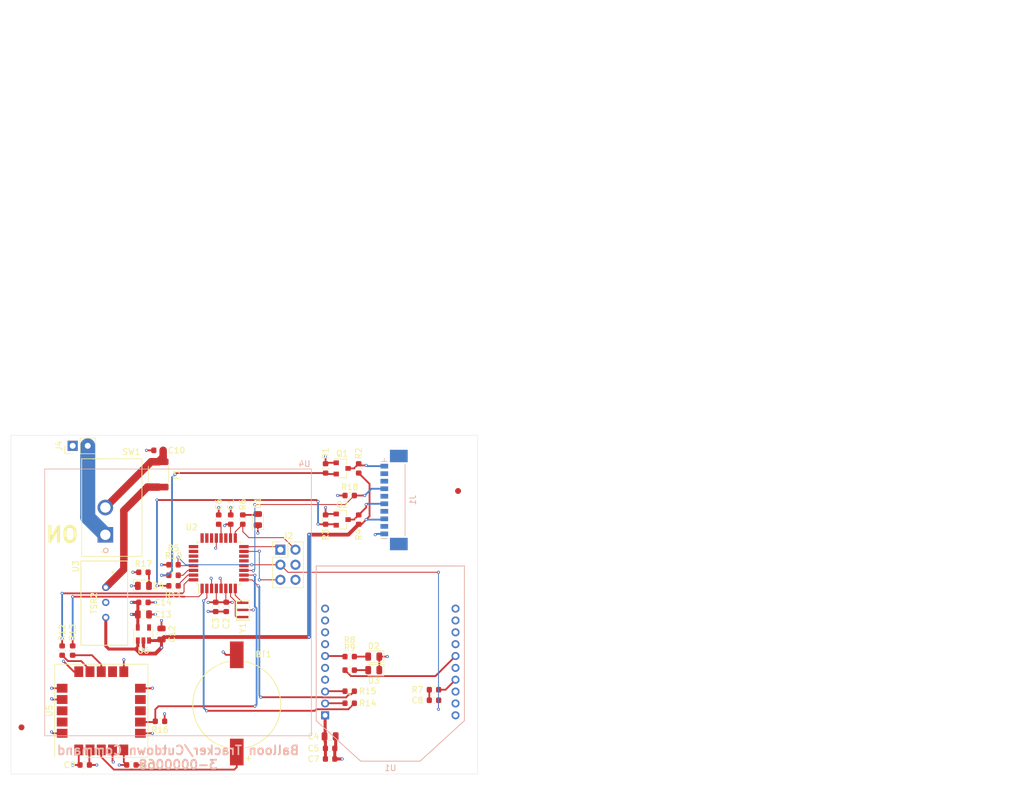
<source format=kicad_pcb>
(kicad_pcb (version 20211014) (generator pcbnew)
  (title_block (title "Balloon Sat Tracker") (date "2020-12-22") (rev "1.0") (company "Leeman Geophysical LLC") (comment 1 "(479) 373-3736") (comment 2 "Siloam Springs, AR 72761") (comment 3 "850 South Lincoln St."))
  (layers (0 "F.Cu" signal) (1 "In1.Cu" power) (2 "In2.Cu" power) (31 "B.Cu" signal) (34 "B.Paste" user) (35 "F.Paste" user) (36 "B.SilkS" user "B.Silkscreen") (37 "F.SilkS" user "F.Silkscreen") (38 "B.Mask" user) (39 "F.Mask" user) (44 "Edge.Cuts" user))
  (net 0 "")
  (net 1 "Net-(BT1-Pad1)")
  (net 2 "RB_GND")
  (net 3 "+3V3")
  (net 4 "Net-(C6-Pad1)")
  (net 5 "Net-(C8-Pad2)")
  (net 6 "RESET")
  (net 7 "Net-(C10-Pad1)")
  (net 8 "RB_5V")
  (net 9 "Net-(D1-Pad2)")
  (net 10 "Net-(D2-Pad2)")
  (net 11 "Net-(D3-Pad2)")
  (net 12 "Net-(D4-Pad2)")
  (net 13 "Net-(F1-Pad1)")
  (net 14 "RB_RXI")
  (net 15 "RB_NetAv")
  (net 16 "RB_TXO")
  (net 17 "MISO")
  (net 18 "SCK")
  (net 19 "MOSI")
  (net 20 "Net-(J3-Pad1)")
  (net 21 "RB_TXO_3V3")
  (net 22 "RB_RXI_3V3")
  (net 23 "Net-(R7-Pad2)")
  (net 24 "Net-(R8-Pad1)")
  (net 25 "Net-(R9-Pad1)")
  (net 26 "Net-(R10-Pad2)")
  (net 27 "Net-(R11-Pad2)")
  (net 28 "GPS_RX")
  (net 29 "Net-(R12-Pad2)")
  (net 30 "Net-(R13-Pad2)")
  (net 31 "GPS_TX")
  (net 32 "XBee_to_Uc")
  (net 33 "Net-(R14-Pad2)")
  (net 34 "XBee_from_Uc")
  (net 35 "Net-(R15-Pad2)")
  (net 36 "GPS_PPS")
  (net 37 "Net-(U2-Pad7)")
  (net 38 "Net-(U2-Pad8)")
  (footprint "capacitors_0603:1-0000007" (layer "F.Cu") (at 148.844 101.854 90)
    (fp_text reference "C1")
    (fp_text value "1-0000007")
  )
  (footprint "capacitors_0603:1-0000007" (layer "F.Cu") (at 148.082 116.586 -90)
    (fp_text reference "C2")
    (fp_text value "1-0000007")
  )
  (footprint "capacitors_0603:1-0000007" (layer "F.Cu") (at 146.304 116.586 -90)
    (fp_text reference "C3")
    (fp_text value "1-0000007")
  )
  (footprint "capacitors_0805:1-0000075" (layer "F.Cu") (at 165.608 138.43)
    (fp_text reference "C4")
    (fp_text value "1-0000075")
  )
  (footprint "capacitors_0603:1-0000018" (layer "F.Cu") (at 165.608 140.462)
    (fp_text reference "C5")
    (fp_text value "1-0000018")
  )
  (footprint "capacitors_0603:1-0000007" (layer "F.Cu") (at 146.812 101.854 90)
    (fp_text reference "C6")
    (fp_text value "1-0000007")
  )
  (footprint "capacitors_0603:1-0000007" (layer "F.Cu") (at 165.608 142.24)
    (fp_text reference "C7")
    (fp_text value "1-0000007")
  )
  (footprint "capacitors_0603:1-0000007" (layer "F.Cu") (at 183.134 132.334 180)
    (fp_text reference "C8")
    (fp_text value "1-0000007")
  )
  (footprint "capacitors_0603:1-0000007" (layer "F.Cu") (at 136.652 90.17 180)
    (fp_text reference "C10")
    (fp_text value "1-0000007")
  )
  (footprint "capacitors_0805:1-0000075" (layer "F.Cu") (at 137.16 121.158 90)
    (fp_text reference "C12")
    (fp_text value "1-0000075")
  )
  (footprint "capacitors_0805:1-0000075" (layer "F.Cu") (at 134.112 117.856)
    (fp_text reference "C13")
    (fp_text value "1-0000075")
  )
  (footprint "capacitors_0603:1-0000007" (layer "F.Cu") (at 134.112 115.824)
    (fp_text reference "C14")
    (fp_text value "1-0000007")
  )
  (footprint "LED_SMD:LED_0805_2012Metric" (layer "F.Cu") (at 153.416 101.854 90)
    (fp_text reference "D1")
    (fp_text value "Blue")
  )
  (footprint "LED_SMD:LED_0805_2012Metric" (layer "F.Cu") (at 172.974 124.968 180)
    (fp_text reference "D2")
    (fp_text value "Blue")
  )
  (footprint "LED_SMD:LED_0805_2012Metric" (layer "F.Cu") (at 172.974 127.254 180)
    (fp_text reference "D3")
    (fp_text value "Yellow")
  )
  (footprint "LED_SMD:LED_0805_2012Metric" (layer "F.Cu") (at 134.112 113.03)
    (fp_text reference "D4")
    (fp_text value "Green")
  )
  (footprint "Fuse:Fuse_1812_4532Metric" (layer "F.Cu") (at 136.652 94.234 90)
    (fp_text reference "F1")
    (fp_text value "Polyfuse")
  )
  (footprint "Fiducial:Fiducial_1mm_Mask2mm" (layer "F.Cu") (at 187.198 97.028)
    (fp_text reference "FID1" hide)
    (fp_text value "Fiducial")
  )
  (footprint "Fiducial:Fiducial_1mm_Mask2mm" (layer "F.Cu") (at 113.538 136.906)
    (fp_text reference "FID2" hide)
    (fp_text value "Fiducial")
  )
  (footprint "MountingHole:MountingHole_3.2mm_M3_DIN965" (layer "F.Cu") (at 187.198 141.478)
    (fp_text reference "H2" hide)
    (fp_text value "MountingHole")
  )
  (footprint "MountingHole:MountingHole_3.2mm_M3_DIN965" (layer "F.Cu") (at 187.198 90.932)
    (fp_text reference "H3" hide)
    (fp_text value "MountingHole")
  )
  (footprint "MountingHole:MountingHole_3.2mm_M3_DIN965" (layer "F.Cu") (at 115.062 90.932)
    (fp_text reference "H4" hide)
    (fp_text value "MountingHole")
  )
  (footprint "Connector_PinHeader_2.54mm:PinHeader_2x03_P2.54mm_Vertical" (layer "F.Cu") (at 157.226 106.934)
    (fp_text reference "J2")
    (fp_text value "ICSP")
  )
  (footprint "Connector_PinHeader_2.54mm:PinHeader_1x02_P2.54mm_Vertical" (layer "F.Cu") (at 122.174 89.408 90)
    (fp_text reference "J4")
    (fp_text value "Battery")
  )
  (footprint "lib_fp:BarePCB" (layer "F.Cu") (at 279.146 15.748)
    (fp_text reference "PCB1" hide)
    (fp_text value "barepcb")
  )
  (footprint "Package_TO_SOT_SMD:SOT-23" (layer "F.Cu") (at 167.64 93.218)
    (fp_text reference "Q1")
    (fp_text value "BSS138")
  )
  (footprint "Package_TO_SOT_SMD:SOT-23" (layer "F.Cu") (at 167.64 101.854)
    (fp_text reference "Q2")
    (fp_text value "BSS138")
  )
  (footprint "resistors_0603:1-0000013" (layer "F.Cu") (at 164.846 93.218 -90)
    (fp_text reference "R1")
    (fp_text value "1-0000013")
  )
  (footprint "resistors_0603:1-0000013" (layer "F.Cu") (at 170.434 93.218 90)
    (fp_text reference "R2")
    (fp_text value "1-0000013")
  )
  (footprint "resistors_0603:1-0000013" (layer "F.Cu") (at 164.846 101.854 -90)
    (fp_text reference "R3")
    (fp_text value "1-0000013")
  )
  (footprint "resistors_0603:1-0000013" (layer "F.Cu") (at 170.434 101.854 90)
    (fp_text reference "R4")
    (fp_text value "1-0000013")
  )
  (footprint "resistors_0603:1-0000010" (layer "F.Cu") (at 139.192 109.474)
    (fp_text reference "R5")
    (fp_text value "1-0000010")
  )
  (footprint "resistors_0603:1-0000008" (layer "F.Cu") (at 150.876 101.854 90)
    (fp_text reference "R6")
    (fp_text value "1-0000008")
  )
  (footprint "resistors_0603:1-0000006" (layer "F.Cu") (at 183.134 130.556)
    (fp_text reference "R7")
    (fp_text value "1-0000006")
  )
  (footprint "resistors_0603:1-0000008" (layer "F.Cu") (at 168.91 124.968)
    (fp_text reference "R8")
    (fp_text value "1-0000008")
  )
  (footprint "resistors_0603:1-0000008" (layer "F.Cu") (at 168.91 127.254)
    (fp_text reference "R9")
    (fp_text value "1-0000008")
  )
  (footprint "resistors_0603:1-0000006" (layer "F.Cu") (at 139.192 111.252)
    (fp_text reference "R10")
    (fp_text value "1-0000006")
  )
  (footprint "resistors_0603:1-0000006" (layer "F.Cu") (at 139.192 113.03)
    (fp_text reference "R11")
    (fp_text value "1-0000006")
  )
  (footprint "resistors_0603:1-0000006" (layer "F.Cu") (at 120.396 123.952 90)
    (fp_text reference "R12")
    (fp_text value "1-0000006")
  )
  (footprint "resistors_0603:1-0000006" (layer "F.Cu") (at 122.174 123.952 90)
    (fp_text reference "R13")
    (fp_text value "1-0000006")
  )
  (footprint "resistors_0603:1-0000006" (layer "F.Cu") (at 168.91 132.842)
    (fp_text reference "R14")
    (fp_text value "1-0000006")
  )
  (footprint "resistors_0603:1-0000006" (layer "F.Cu") (at 168.91 130.81)
    (fp_text reference "R15")
    (fp_text value "1-0000006")
  )
  (footprint "resistors_0603:1-0000010" (layer "F.Cu") (at 168.91 97.79)
    (fp_text reference "R18")
    (fp_text value "1-0000010")
  )
  (footprint "lib_fp:SW_GF-123-0054" (layer "F.Cu") (at 128.778 99.822 90)
    (fp_text reference "SW1")
    (fp_text value "SW_SPST")
  )
  (footprint "Package_QFP:TQFP-32_7x7mm_P0.8mm" (layer "F.Cu") (at 146.812 109.22 90)
    (fp_text reference "U2")
    (fp_text value "ATmega328P-AU")
  )
  (footprint "lib_fp:TSR 2-2450" (layer "F.Cu") (at 127.762 113.284 -90)
    (fp_text reference "U3")
    (fp_text value "TSR2")
  )
  (footprint "Package_TO_SOT_SMD:SOT-23-5" (layer "F.Cu") (at 134.112 121.158 90)
    (fp_text reference "U6")
    (fp_text value "MIC5219-3.3YM5")
  )
  (footprint "lib_fp:Resonator" (layer "F.Cu") (at 150.876 117.094 90)
    (fp_text reference "Y1")
    (fp_text value "16MHz")
  )
  (footprint "lib_fp:S8411-45R" (layer "F.Cu") (at 149.86 133.096)
    (fp_text reference "BT1")
    (fp_text value "CR1220")
  )
  (footprint "MountingHole:MountingHole_3.2mm_M3_DIN965" (layer "F.Cu") (at 115.062 141.478)
    (fp_text reference "H1" hide)
    (fp_text value "MountingHole")
  )
  (footprint "resistors_0603:1-0000008" (layer "F.Cu") (at 134.112 110.744)
    (fp_text reference "R17")
    (fp_text value "1-0000008")
  )
  (footprint "capacitors_0603:1-0000007" (layer "F.Cu") (at 132.08 143.256 180)
    (fp_text reference "C11")
    (fp_text value "1-0000007")
  )
  (footprint "capacitors_0603:1-0000007" (layer "F.Cu") (at 124.206 143.256 180)
    (fp_text reference "C9")
    (fp_text value "1-0000007")
  )
  (footprint "resistors_0603:1-0000010" (layer "F.Cu") (at 136.906 135.89 180)
    (fp_text reference "R16")
    (fp_text value "1-0000010")
  )
  (footprint "RF_GPS:ublox_SAM-M8Q" (layer "F.Cu") (at 127 134.112 90)
    (fp_text reference "U5")
    (fp_text value "ublox_SAM-M8Q")
  )
  (footprint "lib_fp:picoblade" (layer "B.Cu") (at 174.752 98.552 90)
    (fp_text reference "J1")
    (fp_text value "RockBlock9603")
  )
  (footprint "lib_fp:XBee" (layer "B.Cu") (at 175.768 134.874)
    (fp_text reference "U1")
    (fp_text value "XBee" hide)
  )
  (footprint "lib_fp:RockBlock_Mechanical" (layer "B.Cu") (at 139.954 115.824 -90)
    (fp_text reference "U4")
    (fp_text value "RockBlockMechanical")
  )
  (gr_line (start 190.5 144.78) (end 111.76 144.78) (layer "Edge.Cuts") (width 0.05))
  (gr_line (start 111.76 144.78) (end 111.76 87.63) (layer "Edge.Cuts") (width 0.05))
  (gr_line (start 190.5 144.78) (end 190.5 87.63) (layer "Edge.Cuts") (width 0.05))
  (gr_line (start 111.76 87.63) (end 190.5 87.63) (layer "Edge.Cuts") (width 0.05))
  (gr_text "Balloon Tracker/Cutdown Command\n3-0000068" (at 139.954 141.986) (layer "B.SilkS") (effects (font (size 1.5 1.5) (thickness 0.3)) (justify mirror)))
  (gr_text "ON" (at 120.396 104.394) (layer "F.SilkS") (effects (font (size 2.54 2.54) (thickness 0.508)) (justify mirror)))
  (segment (start 127 141.9168) (end 127 140.712) (width 0.3048) (layer "F.Cu") (net 1))
  (segment (start 129.11901 144.03581) (end 127 141.9168) (width 0.3048) (layer "F.Cu") (net 1))
  (segment (start 149.44999 144.03581) (end 129.11901 144.03581) (width 0.3048) (layer "F.Cu") (net 1))
  (segment (start 149.86 143.6258) (end 149.44999 144.03581) (width 0.3048) (layer "F.Cu") (net 1))
  (segment (start 149.86 141.071) (end 149.86 143.6258) (width 0.3048) (layer "F.Cu") (net 1))
  (segment (start 130.8 127.512) (end 130.8 125.486) (width 0.3048) (layer "F.Cu") (net 2))
  (segment (start 118.862 137.912) (end 118.618 137.668) (width 0.3048) (layer "F.Cu") (net 2))
  (segment (start 123.2 140.712) (end 123.2 143.0375) (width 0.3048) (layer "F.Cu") (net 2))
  (segment (start 118.628 130.312) (end 118.618 130.302) (width 0.3048) (layer "F.Cu") (net 2))
  (segment (start 123.2 143.0375) (end 123.4185 143.256) (width 0.3048) (layer "F.Cu") (net 2))
  (segment (start 130.8 125.486) (end 130.81 125.476) (width 0.3048) (layer "F.Cu") (net 2))
  (segment (start 120.4 130.312) (end 118.628 130.312) (width 0.3048) (layer "F.Cu") (net 2))
  (segment (start 120.4 137.912) (end 118.862 137.912) (width 0.3048) (layer "F.Cu") (net 2))
  (segment (start 133.6 130.312) (end 135.626 130.312) (width 0.3048) (layer "F.Cu") (net 2))
  (segment (start 135.626 130.312) (end 135.636 130.302) (width 0.3048) (layer "F.Cu") (net 2))
  (segment (start 128.9 142.616) (end 129.032 142.748) (width 0.3048) (layer "F.Cu") (net 2))
  (segment (start 128.9 140.712) (end 128.9 142.616) (width 0.3048) (layer "F.Cu") (net 2))
  (segment (start 133.6 137.912) (end 135.626 137.912) (width 0.3048) (layer "F.Cu") (net 2))
  (segment (start 135.626 137.912) (end 135.636 137.922) (width 0.3048) (layer "F.Cu") (net 2))
  (segment (start 131.2925 143.256) (end 130.048 143.256) (width 0.3048) (layer "F.Cu") (net 2))
  (segment (start 130.8 140.712) (end 130.8 142.7635) (width 0.3048) (layer "F.Cu") (net 2))
  (segment (start 123.4185 143.256) (end 122.174 143.256) (width 0.3048) (layer "F.Cu") (net 2))
  (segment (start 130.8 142.7635) (end 131.2925 143.256) (width 0.3048) (layer "F.Cu") (net 2))
  (segment (start 146.412 104.97) (end 146.412 106.572) (width 0.1524) (layer "F.Cu") (net 2))
  (segment (start 123.2 127.512) (end 122.378236 127.512) (width 0.3048) (layer "F.Cu") (net 2))
  (segment (start 135.0495 117.856) (end 136.144 117.856) (width 0.3048) (layer "F.Cu") (net 2))
  (segment (start 148.082 117.3735) (end 146.304 117.3735) (width 0.3048) (layer "F.Cu") (net 2))
  (segment (start 173.9115 127.254) (end 173.9115 124.968) (width 0.3048) (layer "F.Cu") (net 2))
  (segment (start 146.812 101.0665) (end 146.812 99.822) (width 0.3048) (layer "F.Cu") (net 2))
  (segment (start 145.0595 117.3735) (end 145.034 117.348) (width 0.3048) (layer "F.Cu") (net 2))
  (segment (start 134.112 122.258) (end 134.112 123.698) (width 0.508) (layer "F.Cu") (net 2))
  (segment (start 166.3955 142.24) (end 167.64 142.24) (width 0.508) (layer "F.Cu") (net 2))
  (segment (start 134.8995 115.824) (end 136.144 115.824) (width 0.3048) (layer "F.Cu") (net 2))
  (segment (start 153.416 102.7915) (end 153.416 104.14) (width 0.3048) (layer "F.Cu") (net 2))
  (segment (start 166.5455 138.43) (end 166.5455 140.312) (width 0.508) (layer "F.Cu") (net 2))
  (segment (start 137.16 120.2205) (end 137.16 118.872) (width 0.3048) (layer "F.Cu") (net 2))
  (segment (start 135.8645 90.17) (end 134.62 90.17) (width 0.3048) (layer "F.Cu") (net 2))
  (segment (start 166.5455 140.312) (end 166.3955 140.462) (width 0.508) (layer "F.Cu") (net 2))
  (segment (start 148.039 124.671) (end 147.574 124.206) (width 0.3048) (layer "F.Cu") (net 2))
  (segment (start 173.9115 124.968) (end 175.26 124.968) (width 0.3048) (layer "F.Cu") (net 2))
  (segment (start 147.212 111.906) (end 147.066 111.76) (width 0.1524) (layer "F.Cu") (net 2))
  (segment (start 133.1745 113.03) (end 132.08 113.03) (width 0.3048) (layer "F.Cu") (net 2))
  (segment (start 150.876 117.094) (end 152.654 117.094) (width 0.1524) (layer "F.Cu") (net 2))
  (segment (start 122.378236 127.512) (end 120.623118 125.756882) (width 0.3048) (layer "F.Cu") (net 2))
  (segment (start 147.212 113.47) (end 147.212 111.906) (width 0.1524) (layer "F.Cu") (net 2))
  (segment (start 145.612 113.47) (end 145.612 111.83) (width 0.1524) (layer "F.Cu") (net 2))
  (segment (start 146.304 117.3735) (end 145.0595 117.3735) (width 0.3048) (layer "F.Cu") (net 2))
  (segment (start 148.844 101.0665) (end 148.844 99.822) (width 0.3048) (layer "F.Cu") (net 2))
  (segment (start 145.612 111.83) (end 145.542 111.76) (width 0.1524) (layer "F.Cu") (net 2))
  (segment (start 166.3955 140.462) (end 166.3955 142.24) (width 0.508) (layer "F.Cu") (net 2))
  (segment (start 149.86 124.671) (end 148.039 124.671) (width 0.3048) (layer "F.Cu") (net 2))
  (segment (start 146.412 106.572) (end 146.304 106.68) (width 0.1524) (layer "F.Cu") (net 2))
  (via (at 118.618 130.302) (size 0.508) (drill 0.254) (layers "F.Cu" "B.Cu") (net 2))
  (via (at 118.618 137.668) (size 0.508) (drill 0.254) (layers "F.Cu" "B.Cu") (net 2))
  (via (at 122.174 143.256) (size 0.508) (drill 0.254) (layers "F.Cu" "B.Cu") (net 2))
  (via (at 130.81 125.476) (size 0.508) (drill 0.254) (layers "F.Cu" "B.Cu") (net 2))
  (via (at 135.636 137.922) (size 0.508) (drill 0.254) (layers "F.Cu" "B.Cu") (net 2))
  (via (at 135.636 130.302) (size 0.508) (drill 0.254) (layers "F.Cu" "B.Cu") (net 2))
  (via (at 130.048 143.256) (size 0.508) (drill 0.254) (layers "F.Cu" "B.Cu") (net 2))
  (via (at 129.032 142.748) (size 0.508) (drill 0.254) (layers "F.Cu" "B.Cu") (net 2))
  (via (at 173.228 104.394) (size 0.508) (drill 0.254) (layers "F.Cu" "B.Cu") (net 2))
  (via (at 120.623118 125.756882) (size 0.508) (drill 0.254) (layers "F.Cu" "B.Cu") (net 2))
  (via (at 136.144 117.856) (size 0.508) (drill 0.254) (layers "F.Cu" "B.Cu") (net 2))
  (via (at 146.304 106.68) (size 0.508) (drill 0.254) (layers "F.Cu" "B.Cu") (net 2))
  (via (at 136.144 115.824) (size 0.508) (drill 0.254) (layers "F.Cu" "B.Cu") (net 2))
  (via (at 167.64 142.24) (size 0.508) (drill 0.254) (layers "F.Cu" "B.Cu") (net 2))
  (via (at 132.08 113.03) (size 0.508) (drill 0.254) (layers "F.Cu" "B.Cu") (net 2))
  (via (at 175.26 124.968) (size 0.508) (drill 0.254) (layers "F.Cu" "B.Cu") (net 2))
  (via (at 145.034 117.348) (size 0.508) (drill 0.254) (layers "F.Cu" "B.Cu") (net 2))
  (via (at 134.112 123.698) (size 0.508) (drill 0.254) (layers "F.Cu" "B.Cu") (net 2))
  (via (at 137.16 118.872) (size 0.508) (drill 0.254) (layers "F.Cu" "B.Cu") (net 2))
  (via (at 147.574 124.206) (size 0.508) (drill 0.254) (layers "F.Cu" "B.Cu") (net 2))
  (via (at 146.812 99.822) (size 0.508) (drill 0.254) (layers "F.Cu" "B.Cu") (net 2))
  (via (at 134.62 90.17) (size 0.508) (drill 0.254) (layers "F.Cu" "B.Cu") (net 2))
  (via (at 152.654 117.094) (size 0.508) (drill 0.254) (layers "F.Cu" "B.Cu") (net 2))
  (via (at 145.542 111.76) (size 0.508) (drill 0.254) (layers "F.Cu" "B.Cu") (net 2))
  (via (at 148.844 99.822) (size 0.508) (drill 0.254) (layers "F.Cu" "B.Cu") (net 2))
  (via (at 153.416 104.14) (size 0.508) (drill 0.254) (layers "F.Cu" "B.Cu") (net 2))
  (via (at 147.066 111.76) (size 0.508) (drill 0.254) (layers "F.Cu" "B.Cu") (net 2))
  (segment (start 174.752 104.267) (end 173.355 104.267) (width 0.3048) (layer "B.Cu") (net 2))
  (segment (start 173.355 104.267) (end 173.228 104.394) (width 0.3048) (layer "B.Cu") (net 2))
  (segment (start 120.4 132.212) (end 118.75 132.212) (width 0.3048) (layer "F.Cu") (net 3))
  (segment (start 118.75 132.212) (end 118.618 132.08) (width 0.3048) (layer "F.Cu") (net 3))
  (segment (start 137.6935 135.89) (end 137.6935 134.6455) (width 0.3048) (layer "F.Cu") (net 3))
  (segment (start 137.6935 134.6455) (end 137.668 134.62) (width 0.3048) (layer "F.Cu") (net 3))
  (segment (start 124.9935 143.256) (end 124.9935 140.8185) (width 0.3048) (layer "F.Cu") (net 3))
  (segment (start 132.8675 143.256) (end 134.112 143.256) (width 0.3048) (layer "F.Cu") (net 3))
  (segment (start 124.9935 140.8185) (end 125.1 140.712) (width 0.3048) (layer "F.Cu") (net 3))
  (segment (start 124.9935 143.256) (end 126.238 143.256) (width 0.3048) (layer "F.Cu") (net 3))
  (segment (start 164.768 139.27) (end 164.8205 139.3225) (width 0.508) (layer "F.Cu") (net 3))
  (segment (start 168.1225 97.79) (end 166.878 97.79) (width 0.3048) (layer "F.Cu") (net 3))
  (segment (start 148.812 102.6735) (end 148.844 102.6415) (width 0.1524) (layer "F.Cu") (net 3))
  (segment (start 133.1745 115.974) (end 133.3245 115.824) (width 0.508) (layer "F.Cu") (net 3))
  (segment (start 164.8205 142.24) (end 164.8205 140.462) (width 0.508) (layer "F.Cu") (net 3))
  (segment (start 148.812 104.97) (end 148.812 102.6735) (width 0.1524) (layer "F.Cu") (net 3))
  (segment (start 166.64 100.904) (end 165.0085 100.904) (width 0.3048) (layer "F.Cu") (net 3))
  (segment (start 164.8205 139.3225) (end 164.8205 140.462) (width 0.508) (layer "F.Cu") (net 3))
  (segment (start 164.768 134.874) (end 164.768 139.27) (width 0.508) (layer "F.Cu") (net 3))
  (segment (start 165.0085 92.268) (end 164.846 92.4305) (width 0.3048) (layer "F.Cu") (net 3))
  (segment (start 146.412 115.6905) (end 146.304 115.7985) (width 0.1524) (layer "F.Cu") (net 3))
  (segment (start 148.012 115.7285) (end 148.082 115.7985) (width 0.1524) (layer "F.Cu") (net 3))
  (segment (start 165.0085 100.904) (end 164.846 101.0665) (width 0.3048) (layer "F.Cu") (net 3))
  (segment (start 148.0565 102.6415) (end 147.828 102.87) (width 0.3048) (layer "F.Cu") (net 3))
  (segment (start 133.162 117.8685) (end 133.1745 117.856) (width 0.508) (layer "F.Cu") (net 3))
  (segment (start 148.012 113.47) (end 148.012 115.7285) (width 0.1524) (layer "F.Cu") (net 3))
  (segment (start 145.0595 115.7985) (end 145.034 115.824) (width 0.3048) (layer "F.Cu") (net 3))
  (segment (start 133.1745 117.856) (end 133.1745 115.974) (width 0.508) (layer "F.Cu") (net 3))
  (segment (start 148.082 115.7985) (end 146.304 115.7985) (width 0.3048) (layer "F.Cu") (net 3))
  (segment (start 148.844 102.6415) (end 148.0565 102.6415) (width 0.3048) (layer "F.Cu") (net 3))
  (segment (start 138.4045 109.474) (end 137.16 109.474) (width 0.3048) (layer "F.Cu") (net 3))
  (segment (start 133.162 120.058) (end 133.162 117.8685) (width 0.508) (layer "F.Cu") (net 3))
  (segment (start 148.082 115.7985) (end 149.0725 115.7985) (width 0.3048) (layer "F.Cu") (net 3))
  (segment (start 133.3245 110.744) (end 132.334 110.744) (width 0.3048) (layer "F.Cu") (net 3))
  (segment (start 133.3245 115.824) (end 132.08 115.824) (width 0.508) (layer "F.Cu") (net 3))
  (segment (start 146.412 113.47) (end 146.412 115.6905) (width 0.1524) (layer "F.Cu") (net 3))
  (segment (start 133.1745 117.856) (end 132.08 117.856) (width 0.508) (layer "F.Cu") (net 3))
  (segment (start 164.846 92.4305) (end 164.846 91.186) (width 0.3048) (layer "F.Cu") (net 3))
  (segment (start 164.846 101.0665) (end 164.846 99.822) (width 0.3048) (layer "F.Cu") (net 3))
  (segment (start 146.304 115.7985) (end 145.0595 115.7985) (width 0.3048) (layer "F.Cu") (net 3))
  (segment (start 149.0725 115.7985) (end 149.098 115.824) (width 0.3048) (layer "F.Cu") (net 3))
  (segment (start 166.64 92.268) (end 165.0085 92.268) (width 0.3048) (layer "F.Cu") (net 3))
  (via (at 137.668 134.62) (size 0.508) (drill 0.254) (layers "F.Cu" "B.Cu") (net 3))
  (via (at 126.238 143.256) (size 0.508) (drill 0.254) (layers "F.Cu" "B.Cu") (net 3))
  (via (at 118.618 132.08) (size 0.508) (drill 0.254) (layers "F.Cu" "B.Cu") (net 3))
  (via (at 134.112 143.256) (size 0.508) (drill 0.254) (layers "F.Cu" "B.Cu") (net 3))
  (via (at 132.08 115.824) (size 0.508) (drill 0.254) (layers "F.Cu" "B.Cu") (net 3))
  (via (at 132.334 110.744) (size 0.508) (drill 0.254) (layers "F.Cu" "B.Cu") (net 3))
  (via (at 166.878 97.79) (size 0.508) (drill 0.254) (layers "F.Cu" "B.Cu") (net 3))
  (via (at 164.846 91.186) (size 0.508) (drill 0.254) (layers "F.Cu" "B.Cu") (net 3))
  (via (at 164.846 99.822) (size 0.508) (drill 0.254) (layers "F.Cu" "B.Cu") (net 3))
  (via (at 149.098 115.824) (size 0.508) (drill 0.254) (layers "F.Cu" "B.Cu") (net 3))
  (via (at 147.828 102.87) (size 0.508) (drill 0.254) (layers "F.Cu" "B.Cu") (net 3))
  (via (at 145.034 115.824) (size 0.508) (drill 0.254) (layers "F.Cu" "B.Cu") (net 3))
  (via (at 132.08 117.856) (size 0.508) (drill 0.254) (layers "F.Cu" "B.Cu") (net 3))
  (via (at 137.16 109.474) (size 0.508) (drill 0.254) (layers "F.Cu" "B.Cu") (net 3))
  (segment (start 147.212 104.97) (end 147.212 103.0415) (width 0.1524) (layer "F.Cu") (net 4))
  (segment (start 147.212 103.0415) (end 146.812 102.6415) (width 0.1524) (layer "F.Cu") (net 4))
  (segment (start 182.3465 132.334) (end 182.3465 130.556) (width 0.3048) (layer "F.Cu") (net 5))
  (segment (start 139.954 108.204) (end 139.954 109.4485) (width 0.1524) (layer "F.Cu") (net 6))
  (segment (start 157.226 109.474) (end 158.496 110.744) (width 0.1524) (layer "F.Cu") (net 6))
  (segment (start 183.896 132.3595) (end 183.9215 132.334) (width 0.1524) (layer "F.Cu") (net 6))
  (segment (start 139.954 109.4485) (end 139.9795 109.474) (width 0.1524) (layer "F.Cu") (net 6))
  (segment (start 142.562 109.62) (end 140.1255 109.62) (width 0.1524) (layer "F.Cu") (net 6))
  (segment (start 158.496 110.744) (end 183.896 110.744) (width 0.1524) (layer "F.Cu") (net 6))
  (segment (start 140.1255 109.62) (end 139.9795 109.474) (width 0.1524) (layer "F.Cu") (net 6))
  (segment (start 157.226 109.474) (end 152.4 109.474) (width 0.1524) (layer "F.Cu") (net 6))
  (segment (start 183.896 133.858) (end 183.896 132.3595) (width 0.1524) (layer "F.Cu") (net 6))
  (via (at 183.896 133.858) (size 0.508) (drill 0.254) (layers "F.Cu" "B.Cu") (net 6))
  (via (at 183.896 110.744) (size 0.508) (drill 0.254) (layers "F.Cu" "B.Cu") (net 6))
  (via (at 139.954 108.204) (size 0.508) (drill 0.254) (layers "F.Cu" "B.Cu") (net 6))
  (via (at 152.4 109.474) (size 0.508) (drill 0.254) (layers "F.Cu" "B.Cu") (net 6))
  (segment (start 183.896 110.744) (end 183.896 133.858) (width 0.1524) (layer "B.Cu") (net 6))
  (segment (start 141.224 109.474) (end 139.954 108.204) (width 0.1524) (layer "B.Cu") (net 6))
  (segment (start 152.4 109.474) (end 141.224 109.474) (width 0.1524) (layer "B.Cu") (net 6))
  (segment (start 135.4135 92.0965) (end 127.688 99.822) (width 1.27) (layer "F.Cu") (net 7))
  (segment (start 137.4395 90.17) (end 137.4395 91.309) (width 1.27) (layer "F.Cu") (net 7))
  (segment (start 136.652 92.0965) (end 135.4135 92.0965) (width 1.27) (layer "F.Cu") (net 7))
  (segment (start 137.4395 91.309) (end 136.652 92.0965) (width 1.27) (layer "F.Cu") (net 7))
  (segment (start 170.9165 102.6415) (end 171.704 101.854) (width 0.3048) (layer "F.Cu") (net 8))
  (segment (start 162.052 104.394) (end 168.6815 104.394) (width 0.635) (layer "F.Cu") (net 8))
  (segment (start 128.27 123.698) (end 127.762 123.19) (width 0.508) (layer "F.Cu") (net 8))
  (segment (start 137.16 123.444) (end 136.144 124.46) (width 0.635) (layer "F.Cu") (net 8))
  (segment (start 136.9975 122.258) (end 137.16 122.0955) (width 0.508) (layer "F.Cu") (net 8))
  (segment (start 137.16 122.0955) (end 137.5895 121.666) (width 0.635) (layer "F.Cu") (net 8))
  (segment (start 135.062 122.258) (end 136.9975 122.258) (width 0.508) (layer "F.Cu") (net 8))
  (segment (start 168.6815 104.394) (end 170.434 102.6415) (width 0.635) (layer "F.Cu") (net 8))
  (segment (start 137.16 122.0955) (end 137.16 123.444) (width 0.508) (layer "F.Cu") (net 8))
  (segment (start 170.434 94.0055) (end 172.262801 95.834301) (width 0.3048) (layer "F.Cu") (net 8))
  (segment (start 133.162 123.378) (end 132.842 123.698) (width 0.508) (layer "F.Cu") (net 8))
  (segment (start 170.434 102.6415) (end 170.9165 102.6415) (width 0.3048) (layer "F.Cu") (net 8))
  (segment (start 133.604 124.46) (end 132.842 123.698) (width 0.635) (layer "F.Cu") (net 8))
  (segment (start 132.842 123.698) (end 128.27 123.698) (width 0.508) (layer "F.Cu") (net 8))
  (segment (start 133.162 122.258) (end 133.162 123.378) (width 0.508) (layer "F.Cu") (net 8))
  (segment (start 172.262801 101.295199) (end 171.704 101.854) (width 0.3048) (layer "F.Cu") (net 8))
  (segment (start 136.144 124.46) (end 133.604 124.46) (width 0.635) (layer "F.Cu") (net 8))
  (segment (start 127.762 123.19) (end 127.762 118.364) (width 0.508) (layer "F.Cu") (net 8))
  (segment (start 172.262801 95.834301) (end 172.262801 101.295199) (width 0.3048) (layer "F.Cu") (net 8))
  (segment (start 137.5895 121.666) (end 162.052 121.666) (width 0.635) (layer "F.Cu") (net 8))
  (via (at 162.052 121.666) (size 0.508) (drill 0.254) (layers "F.Cu" "B.Cu") (net 8))
  (via (at 137.16 123.444) (size 0.508) (drill 0.254) (layers "F.Cu" "B.Cu") (net 8))
  (via (at 171.704 101.854) (size 0.508) (drill 0.254) (layers "F.Cu" "B.Cu") (net 8))
  (via (at 162.052 104.394) (size 0.508) (drill 0.254) (layers "F.Cu" "B.Cu") (net 8))
  (segment (start 171.704 101.854) (end 174.625 101.854) (width 0.3048) (layer "B.Cu") (net 8))
  (segment (start 162.052 121.666) (end 162.052 104.394) (width 0.635) (layer "B.Cu") (net 8))
  (segment (start 174.625 101.854) (end 174.752 101.727) (width 0.3048) (layer "B.Cu") (net 8))
  (segment (start 150.876 101.0665) (end 153.266 101.0665) (width 0.3048) (layer "F.Cu") (net 9))
  (segment (start 153.266 101.0665) (end 153.416 100.9165) (width 0.3048) (layer "F.Cu") (net 9))
  (segment (start 169.6975 124.968) (end 172.0365 124.968) (width 0.3048) (layer "F.Cu") (net 10))
  (segment (start 169.6975 127.254) (end 172.0365 127.254) (width 0.3048) (layer "F.Cu") (net 11))
  (segment (start 135.0495 110.894) (end 134.8995 110.744) (width 0.3048) (layer "F.Cu") (net 12))
  (segment (start 135.0495 113.03) (end 135.0495 110.894) (width 0.3048) (layer "F.Cu") (net 12))
  (segment (start 130.81 110.236) (end 127.762 113.284) (width 1.27) (layer "F.Cu") (net 13))
  (segment (start 134.7685 96.3715) (end 130.81 100.33) (width 1.27) (layer "F.Cu") (net 13))
  (segment (start 130.81 100.33) (end 130.81 110.236) (width 1.27) (layer "F.Cu") (net 13))
  (segment (start 136.652 96.3715) (end 134.7685 96.3715) (width 1.27) (layer "F.Cu") (net 13))
  (segment (start 168.64 101.854) (end 169.6465 101.854) (width 0.3048) (layer "F.Cu") (net 14))
  (segment (start 171.704 99.7965) (end 170.434 101.0665) (width 0.3048) (layer "F.Cu") (net 14))
  (segment (start 169.6465 101.854) (end 170.434 101.0665) (width 0.3048) (layer "F.Cu") (net 14))
  (segment (start 171.704 99.314) (end 171.704 99.7965) (width 0.3048) (layer "F.Cu") (net 14))
  (via (at 171.704 99.314) (size 0.508) (drill 0.254) (layers "F.Cu" "B.Cu") (net 14))
  (segment (start 174.752 99.187) (end 171.831 99.187) (width 0.3048) (layer "B.Cu") (net 14))
  (segment (start 171.831 99.187) (end 171.704 99.314) (width 0.3048) (layer "B.Cu") (net 14))
  (segment (start 169.6975 97.79) (end 171.45 97.79) (width 0.3048) (layer "F.Cu") (net 15))
  (segment (start 152.584 110.42) (end 152.654 110.49) (width 0.1524) (layer "F.Cu") (net 15))
  (segment (start 152.908 99.314) (end 168.1735 99.314) (width 0.1524) (layer "F.Cu") (net 15))
  (segment (start 168.1735 99.314) (end 169.6975 97.79) (width 0.1524) (layer "F.Cu") (net 15))
  (segment (start 151.062 110.42) (end 152.584 110.42) (width 0.1524) (layer "F.Cu") (net 15))
  (via (at 152.908 99.314) (size 0.508) (drill 0.254) (layers "F.Cu" "B.Cu") (net 15))
  (via (at 152.654 110.49) (size 0.508) (drill 0.254) (layers "F.Cu" "B.Cu") (net 15))
  (via (at 171.45 97.79) (size 0.508) (drill 0.254) (layers "F.Cu" "B.Cu") (net 15))
  (segment (start 152.908 110.236) (end 152.908 99.314) (width 0.1524) (layer "B.Cu") (net 15))
  (segment (start 171.45 97.79) (end 172.593 96.647) (width 0.3048) (layer "B.Cu") (net 15))
  (segment (start 172.593 96.647) (end 174.752 96.647) (width 0.3048) (layer "B.Cu") (net 15))
  (segment (start 152.654 110.49) (end 152.908 110.236) (width 0.1524) (layer "B.Cu") (net 15))
  (segment (start 170.7135 92.71) (end 170.434 92.4305) (width 0.3048) (layer "F.Cu") (net 16))
  (segment (start 168.64 93.218) (end 169.6465 93.218) (width 0.3048) (layer "F.Cu") (net 16))
  (segment (start 169.6465 93.218) (end 170.434 92.4305) (width 0.3048) (layer "F.Cu") (net 16))
  (segment (start 171.704 92.71) (end 170.7135 92.71) (width 0.3048) (layer "F.Cu") (net 16))
  (via (at 171.704 92.71) (size 0.508) (drill 0.254) (layers "F.Cu" "B.Cu") (net 16))
  (segment (start 171.831 92.837) (end 171.704 92.71) (width 0.3048) (layer "B.Cu") (net 16))
  (segment (start 174.752 92.837) (end 171.831 92.837) (width 0.3048) (layer "B.Cu") (net 16))
  (segment (start 156.712 106.42) (end 157.226 106.934) (width 0.1524) (layer "F.Cu") (net 17))
  (segment (start 151.062 106.42) (end 156.712 106.42) (width 0.1524) (layer "F.Cu") (net 17))
  (segment (start 150.876 103.886) (end 151.892 104.902) (width 0.1524) (layer "F.Cu") (net 18))
  (segment (start 151.892 104.902) (end 157.734 104.902) (width 0.1524) (layer "F.Cu") (net 18))
  (segment (start 157.734 104.902) (end 159.766 106.934) (width 0.1524) (layer "F.Cu") (net 18))
  (segment (start 150.876 102.6415) (end 150.876 103.886) (width 0.1524) (layer "F.Cu") (net 18))
  (segment (start 149.612 103.9055) (end 150.876 102.6415) (width 0.1524) (layer "F.Cu") (net 18))
  (segment (start 149.612 104.97) (end 149.612 103.9055) (width 0.1524) (layer "F.Cu") (net 18))
  (segment (start 153.67 112.014) (end 157.226 112.014) (width 0.1524) (layer "F.Cu") (net 19))
  (segment (start 153.638 107.22) (end 153.67 107.188) (width 0.1524) (layer "F.Cu") (net 19))
  (segment (start 151.062 107.22) (end 153.638 107.22) (width 0.1524) (layer "F.Cu") (net 19))
  (via (at 153.67 112.014) (size 0.508) (drill 0.254) (layers "F.Cu" "B.Cu") (net 19))
  (via (at 153.67 107.188) (size 0.508) (drill 0.254) (layers "F.Cu" "B.Cu") (net 19))
  (segment (start 153.67 107.188) (end 153.67 112.014) (width 0.1524) (layer "B.Cu") (net 19))
  (segment (start 124.714 89.408) (end 124.714 101.448) (width 2.54) (layer "B.Cu") (net 20))
  (segment (start 124.714 101.448) (end 127.688 104.422) (width 2.54) (layer "B.Cu") (net 20))
  (segment (start 137.16 111.252) (end 138.4045 111.252) (width 0.3048) (layer "F.Cu") (net 21))
  (segment (start 166.64 94.168) (end 165.0085 94.168) (width 0.3048) (layer "F.Cu") (net 21))
  (segment (start 164.846 94.0055) (end 139.6745 94.0055) (width 0.3048) (layer "F.Cu") (net 21))
  (segment (start 139.6745 94.0055) (end 139.446 94.234) (width 0.3048) (layer "F.Cu") (net 21))
  (segment (start 165.0085 94.168) (end 164.846 94.0055) (width 0.3048) (layer "F.Cu") (net 21))
  (via (at 139.446 94.234) (size 0.508) (drill 0.254) (layers "F.Cu" "B.Cu") (net 21))
  (via (at 137.16 111.252) (size 0.508) (drill 0.254) (layers "F.Cu" "B.Cu") (net 21))
  (segment (start 138.938 94.742) (end 138.938 110.49) (width 0.3048) (layer "B.Cu") (net 21))
  (segment (start 139.446 94.234) (end 138.938 94.742) (width 0.3048) (layer "B.Cu") (net 21))
  (segment (start 138.938 110.49) (end 138.176 111.252) (width 0.3048) (layer "B.Cu") (net 21))
  (segment (start 138.176 111.252) (end 137.16 111.252) (width 0.3048) (layer "B.Cu") (net 21))
  (segment (start 163.322 98.552) (end 136.398 98.552) (width 0.3048) (layer "F.Cu") (net 22))
  (segment (start 136.398 113.03) (end 138.4045 113.03) (width 0.3048) (layer "F.Cu") (net 22))
  (segment (start 163.576 98.806) (end 163.322 98.552) (width 0.3048) (layer "F.Cu") (net 22))
  (segment (start 164.846 102.6415) (end 166.4775 102.6415) (width 0.3048) (layer "F.Cu") (net 22))
  (segment (start 166.4775 102.6415) (end 166.64 102.804) (width 0.3048) (layer "F.Cu") (net 22))
  (segment (start 163.6015 102.6415) (end 163.576 102.616) (width 0.3048) (layer "F.Cu") (net 22))
  (segment (start 164.846 102.6415) (end 163.6015 102.6415) (width 0.3048) (layer "F.Cu") (net 22))
  (via (at 163.576 102.616) (size 0.508) (drill 0.254) (layers "F.Cu" "B.Cu") (net 22))
  (via (at 136.398 113.03) (size 0.508) (drill 0.254) (layers "F.Cu" "B.Cu") (net 22))
  (via (at 136.398 98.552) (size 0.508) (drill 0.254) (layers "F.Cu" "B.Cu") (net 22))
  (via (at 163.576 98.806) (size 0.508) (drill 0.254) (layers "F.Cu" "B.Cu") (net 22))
  (segment (start 136.398 98.552) (end 136.398 113.03) (width 0.3048) (layer "B.Cu") (net 22))
  (segment (start 163.576 102.616) (end 163.576 98.806) (width 0.3048) (layer "B.Cu") (net 22))
  (segment (start 183.9215 130.556) (end 185.086 130.556) (width 0.3048) (layer "F.Cu") (net 23))
  (segment (start 185.086 130.556) (end 186.768 128.874) (width 0.3048) (layer "F.Cu") (net 23))
  (segment (start 164.768 124.874) (end 168.0285 124.874) (width 0.3048) (layer "F.Cu") (net 24))
  (segment (start 168.0285 124.874) (end 168.1225 124.968) (width 0.3048) (layer "F.Cu") (net 24))
  (segment (start 169.12731 128.25881) (end 183.38319 128.25881) (width 0.3048) (layer "F.Cu") (net 25))
  (segment (start 168.1225 127.254) (end 169.12731 128.25881) (width 0.3048) (layer "F.Cu") (net 25))
  (segment (start 183.38319 128.25881) (end 186.768 124.874) (width 0.3048) (layer "F.Cu") (net 25))
  (segment (start 141.6096 110.42) (end 140.7776 111.252) (width 0.1524) (layer "F.Cu") (net 26))
  (segment (start 140.7776 111.252) (end 139.9795 111.252) (width 0.1524) (layer "F.Cu") (net 26))
  (segment (start 142.562 110.42) (end 141.6096 110.42) (width 0.1524) (layer "F.Cu") (net 26))
  (segment (start 141.6096 111.22) (end 139.9795 112.8501) (width 0.1524) (layer "F.Cu") (net 27))
  (segment (start 142.562 111.22) (end 141.6096 111.22) (width 0.1524) (layer "F.Cu") (net 27))
  (segment (start 139.9795 112.8501) (end 139.9795 113.03) (width 0.1524) (layer "F.Cu") (net 27))
  (segment (start 125.1 127.213358) (end 123.616642 125.73) (width 0.3048) (layer "F.Cu") (net 28))
  (segment (start 125.1 127.512) (end 125.1 127.213358) (width 0.3048) (layer "F.Cu") (net 28))
  (segment (start 123.616642 125.73) (end 121.3865 125.73) (width 0.3048) (layer "F.Cu") (net 28))
  (segment (start 121.3865 125.73) (end 120.396 124.7395) (width 0.3048) (layer "F.Cu") (net 28))
  (segment (start 142.562 112.02) (end 141.726 112.02) (width 0.1524) (layer "F.Cu") (net 29))
  (segment (start 120.396 114.3) (end 140.716 114.3) (width 0.3048) (layer "F.Cu") (net 29))
  (segment (start 140.969999 114.046001) (end 140.716 114.3) (width 0.1524) (layer "F.Cu") (net 29))
  (segment (start 120.396 123.1645) (end 120.396 121.92) (width 0.3048) (layer "F.Cu") (net 29))
  (segment (start 141.726 112.02) (end 140.97 112.776) (width 0.1524) (layer "F.Cu") (net 29))
  (segment (start 140.97 112.776) (end 140.969999 114.046001) (width 0.1524) (layer "F.Cu") (net 29))
  (via (at 120.396 114.3) (size 0.508) (drill 0.254) (layers "F.Cu" "B.Cu") (net 29))
  (via (at 120.396 121.92) (size 0.508) (drill 0.254) (layers "F.Cu" "B.Cu") (net 29))
  (segment (start 120.396 121.92) (end 120.396 114.3) (width 0.3048) (layer "B.Cu") (net 29))
  (segment (start 144.012 113.47) (end 144.012 114.306) (width 0.1524) (layer "F.Cu") (net 30))
  (segment (start 143.4592 114.8588) (end 141.0208 114.8588) (width 0.1524) (layer "F.Cu") (net 30))
  (segment (start 122.174 114.8588) (end 133.574728 114.8588) (width 0.3048) (layer "F.Cu") (net 30))
  (segment (start 122.174 123.1645) (end 122.174 121.92) (width 0.3048) (layer "F.Cu") (net 30))
  (segment (start 144.012 114.306) (end 143.4592 114.8588) (width 0.1524) (layer "F.Cu") (net 30))
  (segment (start 133.574728 114.8588) (end 141.0208 114.8588) (width 0.3048) (layer "F.Cu") (net 30))
  (via (at 122.174 114.8588) (size 0.508) (drill 0.254) (layers "F.Cu" "B.Cu") (net 30))
  (via (at 122.174 121.92) (size 0.508) (drill 0.254) (layers "F.Cu" "B.Cu") (net 30))
  (segment (start 122.174 121.92) (end 122.174 114.8588) (width 0.3048) (layer "B.Cu") (net 30))
  (segment (start 127 127.512) (end 127 127.213358) (width 0.3048) (layer "F.Cu") (net 31))
  (segment (start 125.4323 124.7395) (end 122.174 124.7395) (width 0.3048) (layer "F.Cu") (net 31))
  (segment (start 127 127.512) (end 127 126.3072) (width 0.3048) (layer "F.Cu") (net 31))
  (segment (start 127 126.3072) (end 125.4323 124.7395) (width 0.3048) (layer "F.Cu") (net 31))
  (segment (start 168.1225 132.842) (end 164.8 132.842) (width 0.3048) (layer "F.Cu") (net 32))
  (segment (start 164.8 132.842) (end 164.768 132.874) (width 0.3048) (layer "F.Cu") (net 32))
  (segment (start 144.812 115.03) (end 144.272 115.57) (width 0.1524) (layer "F.Cu") (net 33))
  (segment (start 163.278703 133.853801) (end 163.020504 134.112) (width 0.3048) (layer "F.Cu") (net 33))
  (segment (start 168.685699 133.853801) (end 163.278703 133.853801) (width 0.3048) (layer "F.Cu") (net 33))
  (segment (start 169.6975 132.842) (end 168.685699 133.853801) (width 0.3048) (layer "F.Cu") (net 33))
  (segment (start 163.020504 134.112) (end 144.78 134.112) (width 0.3048) (layer "F.Cu") (net 33))
  (segment (start 144.812 113.47) (end 144.812 115.03) (width 0.1524) (layer "F.Cu") (net 33))
  (via (at 144.78 134.112) (size 0.508) (drill 0.254) (layers "F.Cu" "B.Cu") (net 33))
  (via (at 144.272 115.57) (size 0.508) (drill 0.254) (layers "F.Cu" "B.Cu") (net 33))
  (segment (start 144.272 133.604) (end 144.272 115.57) (width 0.3048) (layer "B.Cu") (net 33))
  (segment (start 144.78 134.112) (end 144.272 133.604) (width 0.3048) (layer "B.Cu") (net 33))
  (segment (start 168.1225 130.81) (end 164.832 130.81) (width 0.3048) (layer "F.Cu") (net 34))
  (segment (start 164.832 130.81) (end 164.768 130.874) (width 0.3048) (layer "F.Cu") (net 34))
  (segment (start 168.294127 131.853801) (end 168.829928 131.318) (width 0.3048) (layer "F.Cu") (net 35))
  (segment (start 164.297695 131.853801) (end 168.294127 131.853801) (width 0.3048) (layer "F.Cu") (net 35))
  (segment (start 169.1895 131.318) (end 169.6975 130.81) (width 0.3048) (layer "F.Cu") (net 35))
  (segment (start 151.062 112.02) (end 152.4568 112.02) (width 0.1524) (layer "F.Cu") (net 35))
  (segment (start 164.269894 131.826) (end 164.297695 131.853801) (width 0.3048) (layer "F.Cu") (net 35))
  (segment (start 168.829928 131.318) (end 169.1895 131.318) (width 0.3048) (layer "F.Cu") (net 35))
  (segment (start 152.4568 112.02) (end 153.4668 113.03) (width 0.1524) (layer "F.Cu") (net 35))
  (segment (start 153.924 131.826) (end 164.269894 131.826) (width 0.3048) (layer "F.Cu") (net 35))
  (via (at 153.924 131.826) (size 0.508) (drill 0.254) (layers "F.Cu" "B.Cu") (net 35))
  (via (at 153.4668 113.03) (size 0.508) (drill 0.254) (layers "F.Cu" "B.Cu") (net 35))
  (segment (start 153.4668 113.03) (end 153.670011 113.233211) (width 0.3048) (layer "B.Cu") (net 35))
  (segment (start 153.670011 113.233211) (end 153.670011 131.572011) (width 0.3048) (layer "B.Cu") (net 35))
  (segment (start 153.670011 131.572011) (end 153.924 131.826) (width 0.3048) (layer "B.Cu") (net 35))
  (segment (start 133.6 136.012) (end 135.9965 136.012) (width 0.3048) (layer "F.Cu") (net 36))
  (segment (start 135.9965 136.012) (end 136.1185 135.89) (width 0.3048) (layer "F.Cu") (net 36))
  (segment (start 152.876 111.22) (end 152.908 111.252) (width 0.1524) (layer "F.Cu") (net 36))
  (segment (start 136.652 133.35) (end 136.1185 133.8835) (width 0.3048) (layer "F.Cu") (net 36))
  (segment (start 151.062 111.22) (end 152.876 111.22) (width 0.1524) (layer "F.Cu") (net 36))
  (segment (start 136.1185 133.8835) (end 136.1185 135.89) (width 0.3048) (layer "F.Cu") (net 36))
  (segment (start 152.908 133.35) (end 136.652 133.35) (width 0.3048) (layer "F.Cu") (net 36))
  (via (at 152.908 133.35) (size 0.508) (drill 0.254) (layers "F.Cu" "B.Cu") (net 36))
  (via (at 152.908 111.252) (size 0.508) (drill 0.254) (layers "F.Cu" "B.Cu") (net 36))
  (segment (start 153.212801 116.84) (end 152.908 116.535199) (width 0.3048) (layer "B.Cu") (net 36))
  (segment (start 152.908 116.535199) (end 152.908 111.252) (width 0.3048) (layer "B.Cu") (net 36))
  (segment (start 152.908 133.35) (end 153.212801 133.045199) (width 0.3048) (layer "B.Cu") (net 36))
  (segment (start 153.212801 133.045199) (end 153.212801 116.84) (width 0.3048) (layer "B.Cu") (net 36))
  (segment (start 149.7736 118.294) (end 150.876 118.294) (width 0.1524) (layer "F.Cu") (net 37))
  (segment (start 149.606 118.1264) (end 149.7736 118.294) (width 0.1524) (layer "F.Cu") (net 37))
  (segment (start 149.606 115.61775) (end 149.606 118.1264) (width 0.1524) (layer "F.Cu") (net 37))
  (segment (start 148.812 114.82375) (end 149.606 115.61775) (width 0.1524) (layer "F.Cu") (net 37))
  (segment (start 148.812 113.47) (end 148.812 114.82375) (width 0.1524) (layer "F.Cu") (net 37))
  (segment (start 149.612 113.47) (end 149.612 114.63) (width 0.1524) (layer "F.Cu") (net 38))
  (segment (start 149.612 114.63) (end 150.876 115.894) (width 0.1524) (layer "F.Cu") (net 38))
)
</source>
